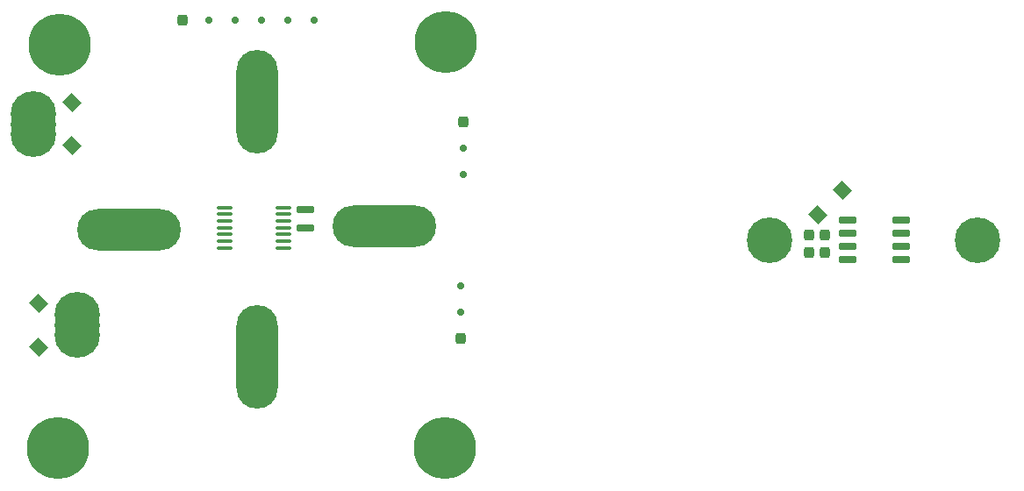
<source format=gbr>
%TF.GenerationSoftware,KiCad,Pcbnew,8.0.1*%
<<<<<<< HEAD
%TF.CreationDate,2024-03-31T21:51:30+08:00*%
=======
%TF.CreationDate,2024-05-01T16:23:50+08:00*%
>>>>>>> 3f97a153d958220e151b39468fc548032aad0f0d
%TF.ProjectId,encoder,656e636f-6465-4722-9e6b-696361645f70,rev?*%
%TF.SameCoordinates,Original*%
%TF.FileFunction,Soldermask,Top*%
%TF.FilePolarity,Negative*%
%FSLAX46Y46*%
G04 Gerber Fmt 4.6, Leading zero omitted, Abs format (unit mm)*
<<<<<<< HEAD
G04 Created by KiCad (PCBNEW 8.0.1) date 2024-03-31 21:51:30*
=======
G04 Created by KiCad (PCBNEW 8.0.1) date 2024-05-01 16:23:50*
>>>>>>> 3f97a153d958220e151b39468fc548032aad0f0d
%MOMM*%
%LPD*%
G01*
G04 APERTURE LIST*
G04 Aperture macros list*
%AMRoundRect*
0 Rectangle with rounded corners*
0 $1 Rounding radius*
0 $2 $3 $4 $5 $6 $7 $8 $9 X,Y pos of 4 corners*
0 Add a 4 corners polygon primitive as box body*
4,1,4,$2,$3,$4,$5,$6,$7,$8,$9,$2,$3,0*
0 Add four circle primitives for the rounded corners*
1,1,$1+$1,$2,$3*
1,1,$1+$1,$4,$5*
1,1,$1+$1,$6,$7*
1,1,$1+$1,$8,$9*
0 Add four rect primitives between the rounded corners*
20,1,$1+$1,$2,$3,$4,$5,0*
20,1,$1+$1,$4,$5,$6,$7,0*
20,1,$1+$1,$6,$7,$8,$9,0*
20,1,$1+$1,$8,$9,$2,$3,0*%
<<<<<<< HEAD
G04 Aperture macros list end*
%ADD10R,1.700000X1.700000*%
%ADD11O,1.700000X1.700000*%
%ADD12R,1.710000X0.600000*%
%ADD13R,2.550000X1.200000*%
%ADD14RoundRect,0.237500X0.237500X-0.300000X0.237500X0.300000X-0.237500X0.300000X-0.237500X-0.300000X0*%
%ADD15O,4.000000X10.000000*%
%ADD16O,10.000000X4.000000*%
%ADD17C,3.400000*%
%ADD18C,6.000000*%
%ADD19RoundRect,0.100000X-0.637500X-0.100000X0.637500X-0.100000X0.637500X0.100000X-0.637500X0.100000X0*%
G04 APERTURE END LIST*
D10*
%TO.C,J2*%
X160700000Y-63260000D03*
D11*
X160700000Y-65800000D03*
X160700000Y-68340000D03*
%TD*%
D10*
%TO.C,J3*%
X133650000Y-53500000D03*
D11*
X136190000Y-53500000D03*
X138730000Y-53500000D03*
X141270000Y-53500000D03*
X143810000Y-53500000D03*
X146350000Y-53500000D03*
%TD*%
D12*
%TO.C,J6*%
X119220000Y-64500000D03*
X119220000Y-63500000D03*
X119220000Y-62500000D03*
D13*
X122960000Y-61390000D03*
X122960000Y-65610000D03*
%TD*%
D14*
%TO.C,C1*%
X145500000Y-73500000D03*
X145500000Y-71775000D03*
%TD*%
D15*
%TO.C,H2*%
X140800000Y-86000000D03*
%TD*%
D16*
%TO.C,H4*%
X153100000Y-73400000D03*
%TD*%
D17*
%TO.C,H8*%
X159000000Y-55600000D03*
D18*
X159000000Y-55600000D03*
%TD*%
D19*
%TO.C,U1*%
X137650000Y-71562500D03*
X137650000Y-72212500D03*
X137650000Y-72862500D03*
X137650000Y-73512500D03*
X137650000Y-74162500D03*
X137650000Y-74812500D03*
X137650000Y-75462500D03*
X143375000Y-75462500D03*
X143375000Y-74812500D03*
X143375000Y-74162500D03*
X143375000Y-73512500D03*
X143375000Y-72862500D03*
X143375000Y-72212500D03*
X143375000Y-71562500D03*
%TD*%
D12*
%TO.C,J5*%
X123480000Y-81900000D03*
X123480000Y-82900000D03*
X123480000Y-83900000D03*
D13*
X119740000Y-85010000D03*
X119740000Y-80790000D03*
%TD*%
D15*
%TO.C,H3*%
X140800000Y-61375000D03*
%TD*%
D16*
%TO.C,H1*%
X128475000Y-73700000D03*
%TD*%
D17*
%TO.C,H5*%
X121800000Y-55800000D03*
D18*
X121800000Y-55800000D03*
%TD*%
D17*
%TO.C,H7*%
X158900000Y-94800000D03*
D18*
X158900000Y-94800000D03*
%TD*%
D10*
%TO.C,J1*%
X160475000Y-84225000D03*
D11*
X160475000Y-81685000D03*
X160475000Y-79145000D03*
%TD*%
D17*
%TO.C,H6*%
X121600000Y-94800000D03*
D18*
X121600000Y-94800000D03*
=======
%AMRotRect*
0 Rectangle, with rotation*
0 The origin of the aperture is its center*
0 $1 length*
0 $2 width*
0 $3 Rotation angle, in degrees counterclockwise*
0 Add horizontal line*
21,1,$1,$2,0,0,$3*%
G04 Aperture macros list end*
%ADD10RoundRect,0.237500X-0.237500X0.300000X-0.237500X-0.300000X0.237500X-0.300000X0.237500X0.300000X0*%
%ADD11C,0.700000*%
%ADD12C,4.400000*%
%ADD13RotRect,1.200000X1.400000X45.000000*%
%ADD14RoundRect,0.150000X-0.725000X-0.150000X0.725000X-0.150000X0.725000X0.150000X-0.725000X0.150000X0*%
G04 APERTURE END LIST*
D10*
%TO.C,C3*%
X194100000Y-74200000D03*
X194100000Y-75925000D03*
%TD*%
D11*
%TO.C,H4*%
X210300000Y-76350000D03*
X209133274Y-75866726D03*
X211466726Y-75866726D03*
X208650000Y-74700000D03*
D12*
X210300000Y-74700000D03*
D11*
X211950000Y-74700000D03*
X209133274Y-73533274D03*
X211466726Y-73533274D03*
X210300000Y-73050000D03*
%TD*%
D13*
%TO.C,U2*%
X194929031Y-72270969D03*
X197270969Y-69929031D03*
%TD*%
D11*
%TO.C,H3*%
X188650000Y-74700000D03*
X189133274Y-73533274D03*
X189133274Y-75866726D03*
X190300000Y-73050000D03*
D12*
X190300000Y-74700000D03*
D11*
X190300000Y-76350000D03*
X191466726Y-73533274D03*
X191466726Y-75866726D03*
X191950000Y-74700000D03*
%TD*%
D10*
%TO.C,C2*%
X195600000Y-74200000D03*
X195600000Y-75925000D03*
%TD*%
D14*
%TO.C,U1*%
X197825000Y-72795000D03*
X197825000Y-74065000D03*
X197825000Y-75335000D03*
X197825000Y-76605000D03*
X202975000Y-76605000D03*
X202975000Y-75335000D03*
X202975000Y-74065000D03*
X202975000Y-72795000D03*
>>>>>>> 3f97a153d958220e151b39468fc548032aad0f0d
%TD*%
M02*

</source>
